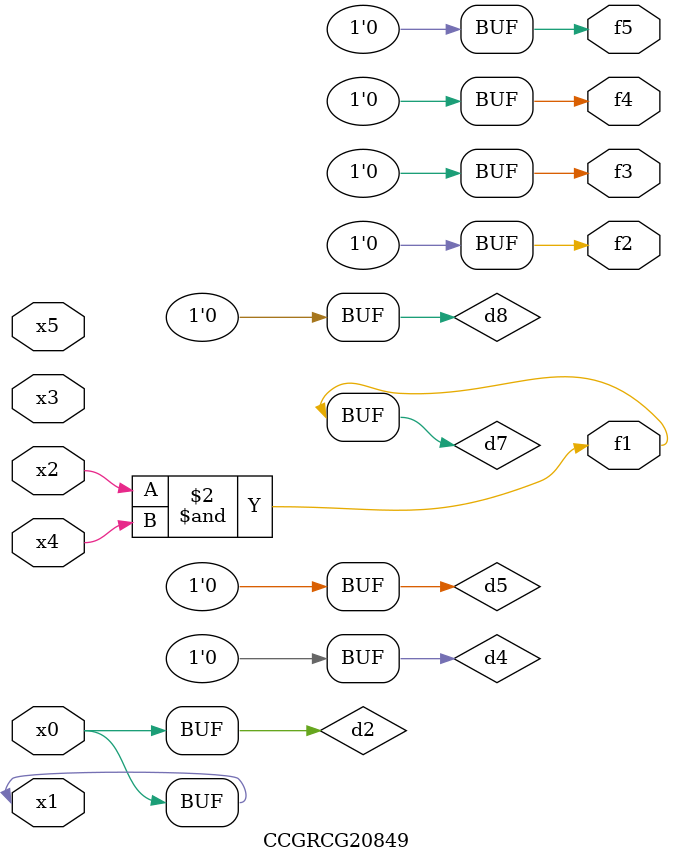
<source format=v>
module CCGRCG20849(
	input x0, x1, x2, x3, x4, x5,
	output f1, f2, f3, f4, f5
);

	wire d1, d2, d3, d4, d5, d6, d7, d8, d9;

	nand (d1, x1);
	buf (d2, x0, x1);
	nand (d3, x2, x4);
	and (d4, d1, d2);
	and (d5, d1, d2);
	nand (d6, d1, d3);
	not (d7, d3);
	xor (d8, d5);
	nor (d9, d5, d6);
	assign f1 = d7;
	assign f2 = d8;
	assign f3 = d8;
	assign f4 = d8;
	assign f5 = d8;
endmodule

</source>
